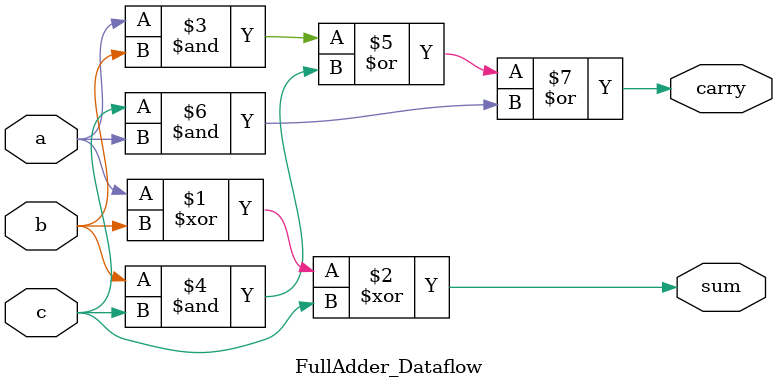
<source format=v>
`timescale 1ns / 1ps


module FullAdder_Dataflow(sum,carry,a,b,c);
output sum,carry;
input a,b,c;
assign sum=a^b^c;
assign carry=(a&b)|(b&c)|(c&a);
endmodule

</source>
